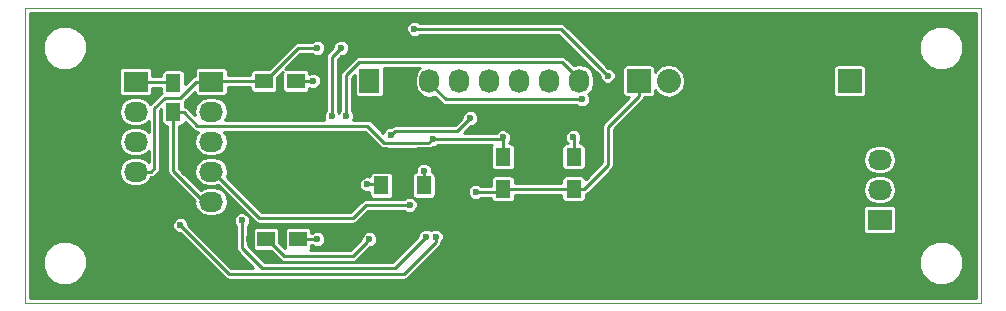
<source format=gbl>
G04 #@! TF.FileFunction,Copper,L2,Bot,Signal*
%FSLAX46Y46*%
G04 Gerber Fmt 4.6, Leading zero omitted, Abs format (unit mm)*
G04 Created by KiCad (PCBNEW 0.201602221446+6578~42~ubuntu15.04.1-product) date Mon 22 Feb 2016 07:23:46 PM EST*
%MOMM*%
G01*
G04 APERTURE LIST*
%ADD10C,0.100000*%
%ADD11R,1.250000X1.500000*%
%ADD12R,2.032000X1.727200*%
%ADD13O,2.032000X1.727200*%
%ADD14R,2.032000X2.032000*%
%ADD15O,2.032000X2.032000*%
%ADD16R,1.727200X2.032000*%
%ADD17O,1.727200X2.032000*%
%ADD18R,1.500000X1.300000*%
%ADD19R,1.300000X1.500000*%
%ADD20C,0.600000*%
%ADD21C,0.250000*%
%ADD22C,0.254000*%
G04 APERTURE END LIST*
D10*
X94000000Y-68000000D02*
X94000000Y-43000000D01*
X175000000Y-68000000D02*
X94000000Y-68000000D01*
X175000000Y-43000000D02*
X175000000Y-68000000D01*
X94000000Y-43000000D02*
X175000000Y-43000000D01*
D11*
X124200000Y-58050000D03*
X124200000Y-55550000D03*
X127800000Y-58050000D03*
X127800000Y-55550000D03*
X106600000Y-51850000D03*
X106600000Y-49350000D03*
D12*
X109800000Y-49260000D03*
D13*
X109800000Y-51800000D03*
X109800000Y-54340000D03*
X109800000Y-56880000D03*
X109800000Y-59420000D03*
X109800000Y-61960000D03*
D14*
X163860000Y-49200000D03*
D15*
X166400000Y-49200000D03*
D12*
X166400000Y-60940000D03*
D13*
X166400000Y-58400000D03*
X166400000Y-55860000D03*
D16*
X123200000Y-49200000D03*
D17*
X125740000Y-49200000D03*
X128280000Y-49200000D03*
X130820000Y-49200000D03*
X133360000Y-49200000D03*
X135900000Y-49200000D03*
X138440000Y-49200000D03*
X140980000Y-49200000D03*
D12*
X103400000Y-49260000D03*
D13*
X103400000Y-51800000D03*
X103400000Y-54340000D03*
X103400000Y-56880000D03*
X103400000Y-59420000D03*
X103400000Y-61960000D03*
D14*
X146000000Y-49200000D03*
D15*
X148540000Y-49200000D03*
D18*
X114250000Y-49200000D03*
X116950000Y-49200000D03*
D19*
X134487437Y-55624953D03*
X134487437Y-58324953D03*
X140487437Y-55624953D03*
X140487437Y-58324953D03*
D18*
X114450000Y-62600000D03*
X117150000Y-62600000D03*
D20*
X132200000Y-58600000D03*
X118800000Y-46400000D03*
X123000000Y-57950000D03*
X112400000Y-50200000D03*
X160400000Y-59200000D03*
X160400000Y-60200000D03*
X159200000Y-60200000D03*
X159200000Y-59200000D03*
X159200000Y-57400000D03*
X160400000Y-57400000D03*
X160400000Y-56400000D03*
X159200000Y-56400000D03*
X159850000Y-58275000D03*
X144292999Y-53391693D03*
X150800000Y-62199980D03*
X145156621Y-53362326D03*
X146120822Y-53396587D03*
X152400000Y-50800000D03*
X154400000Y-50800000D03*
X153400000Y-50800000D03*
X141800000Y-61600000D03*
X139000000Y-61600000D03*
X136000000Y-61600000D03*
X133200000Y-61600000D03*
X129000000Y-56400000D03*
X123000217Y-55552457D03*
X113025010Y-55800000D03*
X118974990Y-56000000D03*
X113026930Y-62600000D03*
X127800000Y-56800000D03*
X128543002Y-54101558D03*
X134497002Y-53975241D03*
X118400000Y-49200000D03*
X118800000Y-62600000D03*
X143358313Y-48749038D03*
X127000000Y-44800000D03*
X120800000Y-46400000D03*
X120000000Y-52200000D03*
X125016375Y-53800012D03*
X131728189Y-52360044D03*
X140445079Y-53959187D03*
X123200000Y-62600000D03*
X112400000Y-61000000D03*
X128000000Y-62400000D03*
X107200000Y-61400000D03*
X128800000Y-62400000D03*
X126600000Y-59699998D03*
X141200000Y-50755433D03*
X121200000Y-52200000D03*
D21*
X143400000Y-56312390D02*
X143400000Y-53066000D01*
X143400000Y-53066000D02*
X146000000Y-50466000D01*
X146000000Y-50466000D02*
X146000000Y-49200000D01*
X140487437Y-58324953D02*
X141387437Y-58324953D01*
X141387437Y-58324953D02*
X143400000Y-56312390D01*
X134487437Y-58324953D02*
X135387437Y-58324953D01*
X135387437Y-58324953D02*
X140487437Y-58324953D01*
X132200000Y-58600000D02*
X134212390Y-58600000D01*
X134212390Y-58600000D02*
X134487437Y-58324953D01*
X114250000Y-49200000D02*
X114350000Y-49200000D01*
X114350000Y-49200000D02*
X117150000Y-46400000D01*
X117150000Y-46400000D02*
X118800000Y-46400000D01*
X103400000Y-56880000D02*
X104666000Y-56880000D01*
X104666000Y-56880000D02*
X105000000Y-56546000D01*
X105000000Y-56546000D02*
X105000000Y-51489998D01*
X105000000Y-51489998D02*
X105878448Y-50611550D01*
X105878448Y-50611550D02*
X107182450Y-50611550D01*
X107182450Y-50611550D02*
X108534000Y-49260000D01*
X108534000Y-49260000D02*
X109800000Y-49260000D01*
X123000000Y-57950000D02*
X124100000Y-57950000D01*
X124100000Y-57950000D02*
X124200000Y-58050000D01*
X114250000Y-49200000D02*
X109860000Y-49200000D01*
X109860000Y-49200000D02*
X109800000Y-49260000D01*
X129000000Y-56400000D02*
X128650000Y-56400000D01*
X128650000Y-56400000D02*
X127800000Y-55550000D01*
X124000000Y-55550000D02*
X123002674Y-55550000D01*
X123002674Y-55550000D02*
X123000217Y-55552457D01*
X127800000Y-58050000D02*
X127800000Y-56800000D01*
X134497002Y-53975241D02*
X134370685Y-54101558D01*
X134370685Y-54101558D02*
X128543002Y-54101558D01*
X106600000Y-51850000D02*
X107475000Y-51850000D01*
X107475000Y-51850000D02*
X108613610Y-52988610D01*
X108613610Y-52988610D02*
X123022614Y-52988610D01*
X123022614Y-52988610D02*
X124462403Y-54428399D01*
X124462403Y-54428399D02*
X128216161Y-54428399D01*
X128216161Y-54428399D02*
X128243003Y-54401557D01*
X128243003Y-54401557D02*
X128543002Y-54101558D01*
X109800000Y-59420000D02*
X109199414Y-59420000D01*
X109199414Y-59420000D02*
X106600000Y-56820586D01*
X106600000Y-56820586D02*
X106600000Y-52850000D01*
X106600000Y-52850000D02*
X106600000Y-51850000D01*
X134487437Y-55624953D02*
X134487437Y-53984806D01*
X134487437Y-53984806D02*
X134497002Y-53975241D01*
X103400000Y-49260000D02*
X106510000Y-49260000D01*
X106510000Y-49260000D02*
X106600000Y-49350000D01*
X118400000Y-49200000D02*
X116950000Y-49200000D01*
X118800000Y-62600000D02*
X117150000Y-62600000D01*
X139409275Y-44800000D02*
X143058314Y-48449039D01*
X143058314Y-48449039D02*
X143358313Y-48749038D01*
X127000000Y-44800000D02*
X139409275Y-44800000D01*
X120000000Y-52200000D02*
X120000000Y-47200000D01*
X120000000Y-47200000D02*
X120800000Y-46400000D01*
X130624044Y-53464189D02*
X125352198Y-53464189D01*
X125352198Y-53464189D02*
X125316374Y-53500013D01*
X131728189Y-52360044D02*
X130624044Y-53464189D01*
X125316374Y-53500013D02*
X125016375Y-53800012D01*
X140487437Y-54001545D02*
X140445079Y-53959187D01*
X140487437Y-55624953D02*
X140487437Y-54001545D01*
X122900001Y-62899999D02*
X123200000Y-62600000D01*
X114450000Y-62600000D02*
X114550000Y-62600000D01*
X115975012Y-64025012D02*
X121774988Y-64025012D01*
X114550000Y-62600000D02*
X115975012Y-64025012D01*
X121774988Y-64025012D02*
X122900001Y-62899999D01*
X128000000Y-62400000D02*
X125338357Y-65061643D01*
X125338357Y-65061643D02*
X114132945Y-65061643D01*
X114132945Y-65061643D02*
X112401920Y-63330618D01*
X112401920Y-63330618D02*
X112401920Y-61001920D01*
X112401920Y-61001920D02*
X112400000Y-61000000D01*
X128800000Y-62400000D02*
X128800000Y-62824264D01*
X128800000Y-62824264D02*
X126112610Y-65511654D01*
X126112610Y-65511654D02*
X111311654Y-65511654D01*
X111311654Y-65511654D02*
X107499999Y-61699999D01*
X107499999Y-61699999D02*
X107200000Y-61400000D01*
X109800000Y-56880000D02*
X109952400Y-56880000D01*
X109952400Y-56880000D02*
X113872400Y-60800000D01*
X121800000Y-60800000D02*
X122890098Y-59709902D01*
X113872400Y-60800000D02*
X121800000Y-60800000D01*
X126590096Y-59709902D02*
X126600000Y-59699998D01*
X122890098Y-59709902D02*
X126590096Y-59709902D01*
X128280000Y-49200000D02*
X128280000Y-49352400D01*
X128280000Y-49352400D02*
X129683033Y-50755433D01*
X129683033Y-50755433D02*
X129835433Y-50755433D01*
X129835433Y-50755433D02*
X141200000Y-50755433D01*
X121200000Y-52200000D02*
X121200000Y-48735398D01*
X121200000Y-48735398D02*
X122351700Y-47583698D01*
X122351700Y-47583698D02*
X139516098Y-47583698D01*
X139516098Y-47583698D02*
X140980000Y-49047600D01*
X140980000Y-49047600D02*
X140980000Y-49200000D01*
D22*
G36*
X174573000Y-67573000D02*
X94427000Y-67573000D01*
X94427000Y-64971720D01*
X95522675Y-64971720D01*
X95807829Y-65661846D01*
X96335376Y-66190316D01*
X97025004Y-66476674D01*
X97771720Y-66477325D01*
X98461846Y-66192171D01*
X98990316Y-65664624D01*
X99276674Y-64974996D01*
X99277325Y-64228280D01*
X98992171Y-63538154D01*
X98464624Y-63009684D01*
X97774996Y-62723326D01*
X97028280Y-62722675D01*
X96338154Y-63007829D01*
X95809684Y-63535376D01*
X95523326Y-64225004D01*
X95522675Y-64971720D01*
X94427000Y-64971720D01*
X94427000Y-61534073D01*
X106522883Y-61534073D01*
X106625733Y-61782989D01*
X106816010Y-61973598D01*
X107064746Y-62076882D01*
X107167035Y-62076971D01*
X110956684Y-65866619D01*
X110956686Y-65866622D01*
X111054314Y-65931854D01*
X111119546Y-65975442D01*
X111311654Y-66013654D01*
X126112605Y-66013654D01*
X126112610Y-66013655D01*
X126304717Y-65975442D01*
X126467578Y-65866622D01*
X127362479Y-64971720D01*
X169722675Y-64971720D01*
X170007829Y-65661846D01*
X170535376Y-66190316D01*
X171225004Y-66476674D01*
X171971720Y-66477325D01*
X172661846Y-66192171D01*
X173190316Y-65664624D01*
X173476674Y-64974996D01*
X173477325Y-64228280D01*
X173192171Y-63538154D01*
X172664624Y-63009684D01*
X171974996Y-62723326D01*
X171228280Y-62722675D01*
X170538154Y-63007829D01*
X170009684Y-63535376D01*
X169723326Y-64225004D01*
X169722675Y-64971720D01*
X127362479Y-64971720D01*
X129154965Y-63179234D01*
X129154968Y-63179232D01*
X129232105Y-63063788D01*
X129263788Y-63016372D01*
X129294257Y-62863193D01*
X129373598Y-62783990D01*
X129476882Y-62535254D01*
X129477117Y-62265927D01*
X129374267Y-62017011D01*
X129183990Y-61826402D01*
X128935254Y-61723118D01*
X128665927Y-61722883D01*
X128417011Y-61825733D01*
X128400137Y-61842577D01*
X128383990Y-61826402D01*
X128135254Y-61723118D01*
X127865927Y-61722883D01*
X127617011Y-61825733D01*
X127426402Y-62016010D01*
X127323118Y-62264746D01*
X127323029Y-62367036D01*
X125130421Y-64559643D01*
X114340881Y-64559643D01*
X112903920Y-63122682D01*
X112903920Y-61950000D01*
X113315615Y-61950000D01*
X113315615Y-63250000D01*
X113344875Y-63397098D01*
X113428199Y-63521801D01*
X113552902Y-63605125D01*
X113700000Y-63634385D01*
X114874449Y-63634385D01*
X115620042Y-64379977D01*
X115620044Y-64379980D01*
X115717672Y-64445212D01*
X115782904Y-64488800D01*
X115975012Y-64527012D01*
X121774983Y-64527012D01*
X121774988Y-64527013D01*
X121967095Y-64488800D01*
X122129956Y-64379980D01*
X123232906Y-63277029D01*
X123334073Y-63277117D01*
X123582989Y-63174267D01*
X123773598Y-62983990D01*
X123876882Y-62735254D01*
X123877117Y-62465927D01*
X123774267Y-62217011D01*
X123583990Y-62026402D01*
X123335254Y-61923118D01*
X123065927Y-61922883D01*
X122817011Y-62025733D01*
X122626402Y-62216010D01*
X122523118Y-62464746D01*
X122523029Y-62567036D01*
X121567052Y-63523012D01*
X118169989Y-63523012D01*
X118171801Y-63521801D01*
X118255125Y-63397098D01*
X118284385Y-63250000D01*
X118284385Y-63102000D01*
X118344537Y-63102000D01*
X118416010Y-63173598D01*
X118664746Y-63276882D01*
X118934073Y-63277117D01*
X119182989Y-63174267D01*
X119373598Y-62983990D01*
X119476882Y-62735254D01*
X119477117Y-62465927D01*
X119374267Y-62217011D01*
X119183990Y-62026402D01*
X118935254Y-61923118D01*
X118665927Y-61922883D01*
X118417011Y-62025733D01*
X118344618Y-62098000D01*
X118284385Y-62098000D01*
X118284385Y-61950000D01*
X118255125Y-61802902D01*
X118171801Y-61678199D01*
X118047098Y-61594875D01*
X117900000Y-61565615D01*
X116400000Y-61565615D01*
X116252902Y-61594875D01*
X116128199Y-61678199D01*
X116044875Y-61802902D01*
X116015615Y-61950000D01*
X116015615Y-63250000D01*
X116041856Y-63381921D01*
X115584385Y-62924449D01*
X115584385Y-61950000D01*
X115555125Y-61802902D01*
X115471801Y-61678199D01*
X115347098Y-61594875D01*
X115200000Y-61565615D01*
X113700000Y-61565615D01*
X113552902Y-61594875D01*
X113428199Y-61678199D01*
X113344875Y-61802902D01*
X113315615Y-61950000D01*
X112903920Y-61950000D01*
X112903920Y-61453547D01*
X112973598Y-61383990D01*
X113076882Y-61135254D01*
X113077117Y-60865927D01*
X112974267Y-60617011D01*
X112783990Y-60426402D01*
X112535254Y-60323118D01*
X112265927Y-60322883D01*
X112017011Y-60425733D01*
X111826402Y-60616010D01*
X111723118Y-60864746D01*
X111722883Y-61134073D01*
X111825733Y-61382989D01*
X111899920Y-61457305D01*
X111899920Y-63330613D01*
X111899919Y-63330618D01*
X111938132Y-63522725D01*
X112046952Y-63685586D01*
X113371020Y-65009654D01*
X111519589Y-65009654D01*
X107877029Y-61367093D01*
X107877117Y-61265927D01*
X107774267Y-61017011D01*
X107583990Y-60826402D01*
X107335254Y-60723118D01*
X107065927Y-60722883D01*
X106817011Y-60825733D01*
X106626402Y-61016010D01*
X106523118Y-61264746D01*
X106522883Y-61534073D01*
X94427000Y-61534073D01*
X94427000Y-51800000D01*
X101979710Y-51800000D01*
X102074145Y-52274757D01*
X102343073Y-52677237D01*
X102745553Y-52946165D01*
X103220310Y-53040600D01*
X103579690Y-53040600D01*
X104054447Y-52946165D01*
X104456927Y-52677237D01*
X104498000Y-52615767D01*
X104498000Y-53524233D01*
X104456927Y-53462763D01*
X104054447Y-53193835D01*
X103579690Y-53099400D01*
X103220310Y-53099400D01*
X102745553Y-53193835D01*
X102343073Y-53462763D01*
X102074145Y-53865243D01*
X101979710Y-54340000D01*
X102074145Y-54814757D01*
X102343073Y-55217237D01*
X102745553Y-55486165D01*
X103220310Y-55580600D01*
X103579690Y-55580600D01*
X104054447Y-55486165D01*
X104456927Y-55217237D01*
X104498000Y-55155767D01*
X104498000Y-56064233D01*
X104456927Y-56002763D01*
X104054447Y-55733835D01*
X103579690Y-55639400D01*
X103220310Y-55639400D01*
X102745553Y-55733835D01*
X102343073Y-56002763D01*
X102074145Y-56405243D01*
X101979710Y-56880000D01*
X102074145Y-57354757D01*
X102343073Y-57757237D01*
X102745553Y-58026165D01*
X103220310Y-58120600D01*
X103579690Y-58120600D01*
X104054447Y-58026165D01*
X104456927Y-57757237D01*
X104714036Y-57372446D01*
X104858107Y-57343788D01*
X105020968Y-57234968D01*
X105354965Y-56900970D01*
X105354968Y-56900968D01*
X105449602Y-56759338D01*
X105463788Y-56738108D01*
X105502000Y-56546000D01*
X105502000Y-51697934D01*
X105590615Y-51609319D01*
X105590615Y-52600000D01*
X105619875Y-52747098D01*
X105703199Y-52871801D01*
X105827902Y-52955125D01*
X105975000Y-52984385D01*
X106098000Y-52984385D01*
X106098000Y-56820581D01*
X106097999Y-56820586D01*
X106136212Y-57012693D01*
X106245032Y-57175554D01*
X108397922Y-59328443D01*
X108379710Y-59420000D01*
X108474145Y-59894757D01*
X108743073Y-60297237D01*
X109145553Y-60566165D01*
X109620310Y-60660600D01*
X109979690Y-60660600D01*
X110454447Y-60566165D01*
X110856927Y-60297237D01*
X111125855Y-59894757D01*
X111220290Y-59420000D01*
X111125855Y-58945243D01*
X110856927Y-58542763D01*
X110454447Y-58273835D01*
X109979690Y-58179400D01*
X109620310Y-58179400D01*
X109145553Y-58273835D01*
X108916340Y-58426990D01*
X107369350Y-56880000D01*
X108379710Y-56880000D01*
X108474145Y-57354757D01*
X108743073Y-57757237D01*
X109145553Y-58026165D01*
X109620310Y-58120600D01*
X109979690Y-58120600D01*
X110399549Y-58037085D01*
X113517430Y-61154965D01*
X113517432Y-61154968D01*
X113596640Y-61207893D01*
X113680292Y-61263788D01*
X113872400Y-61302000D01*
X121799995Y-61302000D01*
X121800000Y-61302001D01*
X121992107Y-61263788D01*
X122154968Y-61154968D01*
X123098033Y-60211902D01*
X126154423Y-60211902D01*
X126216010Y-60273596D01*
X126464746Y-60376880D01*
X126734073Y-60377115D01*
X126982989Y-60274265D01*
X127173598Y-60083988D01*
X127176748Y-60076400D01*
X164999615Y-60076400D01*
X164999615Y-61803600D01*
X165028875Y-61950698D01*
X165112199Y-62075401D01*
X165236902Y-62158725D01*
X165384000Y-62187985D01*
X167416000Y-62187985D01*
X167563098Y-62158725D01*
X167687801Y-62075401D01*
X167771125Y-61950698D01*
X167800385Y-61803600D01*
X167800385Y-60076400D01*
X167771125Y-59929302D01*
X167687801Y-59804599D01*
X167563098Y-59721275D01*
X167416000Y-59692015D01*
X165384000Y-59692015D01*
X165236902Y-59721275D01*
X165112199Y-59804599D01*
X165028875Y-59929302D01*
X164999615Y-60076400D01*
X127176748Y-60076400D01*
X127276882Y-59835252D01*
X127277117Y-59565925D01*
X127174267Y-59317009D01*
X126983990Y-59126400D01*
X126735254Y-59023116D01*
X126465927Y-59022881D01*
X126217011Y-59125731D01*
X126134697Y-59207902D01*
X122890098Y-59207902D01*
X122697990Y-59246114D01*
X122651412Y-59277237D01*
X122535130Y-59354934D01*
X122535128Y-59354937D01*
X121592064Y-60298000D01*
X114080335Y-60298000D01*
X111866408Y-58084073D01*
X122322883Y-58084073D01*
X122425733Y-58332989D01*
X122616010Y-58523598D01*
X122864746Y-58626882D01*
X123134073Y-58627117D01*
X123190615Y-58603754D01*
X123190615Y-58800000D01*
X123219875Y-58947098D01*
X123303199Y-59071801D01*
X123427902Y-59155125D01*
X123575000Y-59184385D01*
X124825000Y-59184385D01*
X124972098Y-59155125D01*
X125096801Y-59071801D01*
X125180125Y-58947098D01*
X125209385Y-58800000D01*
X125209385Y-57300000D01*
X126790615Y-57300000D01*
X126790615Y-58800000D01*
X126819875Y-58947098D01*
X126903199Y-59071801D01*
X127027902Y-59155125D01*
X127175000Y-59184385D01*
X128425000Y-59184385D01*
X128572098Y-59155125D01*
X128696801Y-59071801D01*
X128780125Y-58947098D01*
X128809385Y-58800000D01*
X128809385Y-58734073D01*
X131522883Y-58734073D01*
X131625733Y-58982989D01*
X131816010Y-59173598D01*
X132064746Y-59276882D01*
X132334073Y-59277117D01*
X132582989Y-59174267D01*
X132655382Y-59102000D01*
X133458432Y-59102000D01*
X133482312Y-59222051D01*
X133565636Y-59346754D01*
X133690339Y-59430078D01*
X133837437Y-59459338D01*
X135137437Y-59459338D01*
X135284535Y-59430078D01*
X135409238Y-59346754D01*
X135492562Y-59222051D01*
X135521822Y-59074953D01*
X135521822Y-58826953D01*
X139453052Y-58826953D01*
X139453052Y-59074953D01*
X139482312Y-59222051D01*
X139565636Y-59346754D01*
X139690339Y-59430078D01*
X139837437Y-59459338D01*
X141137437Y-59459338D01*
X141284535Y-59430078D01*
X141409238Y-59346754D01*
X141492562Y-59222051D01*
X141521822Y-59074953D01*
X141521822Y-58800223D01*
X141579544Y-58788741D01*
X141742405Y-58679921D01*
X142022326Y-58400000D01*
X164979710Y-58400000D01*
X165074145Y-58874757D01*
X165343073Y-59277237D01*
X165745553Y-59546165D01*
X166220310Y-59640600D01*
X166579690Y-59640600D01*
X167054447Y-59546165D01*
X167456927Y-59277237D01*
X167725855Y-58874757D01*
X167820290Y-58400000D01*
X167725855Y-57925243D01*
X167456927Y-57522763D01*
X167054447Y-57253835D01*
X166579690Y-57159400D01*
X166220310Y-57159400D01*
X165745553Y-57253835D01*
X165343073Y-57522763D01*
X165074145Y-57925243D01*
X164979710Y-58400000D01*
X142022326Y-58400000D01*
X143754968Y-56667358D01*
X143863788Y-56504497D01*
X143902001Y-56312390D01*
X143902000Y-56312385D01*
X143902000Y-55860000D01*
X164979710Y-55860000D01*
X165074145Y-56334757D01*
X165343073Y-56737237D01*
X165745553Y-57006165D01*
X166220310Y-57100600D01*
X166579690Y-57100600D01*
X167054447Y-57006165D01*
X167456927Y-56737237D01*
X167725855Y-56334757D01*
X167820290Y-55860000D01*
X167725855Y-55385243D01*
X167456927Y-54982763D01*
X167054447Y-54713835D01*
X166579690Y-54619400D01*
X166220310Y-54619400D01*
X165745553Y-54713835D01*
X165343073Y-54982763D01*
X165074145Y-55385243D01*
X164979710Y-55860000D01*
X143902000Y-55860000D01*
X143902000Y-53273936D01*
X146354965Y-50820970D01*
X146354968Y-50820968D01*
X146420200Y-50723340D01*
X146463788Y-50658108D01*
X146475270Y-50600385D01*
X147016000Y-50600385D01*
X147163098Y-50571125D01*
X147287801Y-50487801D01*
X147371125Y-50363098D01*
X147400385Y-50216000D01*
X147400385Y-49980892D01*
X147555000Y-50212290D01*
X148006922Y-50514254D01*
X148540000Y-50620290D01*
X149073078Y-50514254D01*
X149525000Y-50212290D01*
X149826964Y-49760368D01*
X149933000Y-49227290D01*
X149933000Y-49172710D01*
X149826964Y-48639632D01*
X149525000Y-48187710D01*
X149519448Y-48184000D01*
X162459615Y-48184000D01*
X162459615Y-50216000D01*
X162488875Y-50363098D01*
X162572199Y-50487801D01*
X162696902Y-50571125D01*
X162844000Y-50600385D01*
X164876000Y-50600385D01*
X165023098Y-50571125D01*
X165147801Y-50487801D01*
X165231125Y-50363098D01*
X165260385Y-50216000D01*
X165260385Y-48184000D01*
X165231125Y-48036902D01*
X165147801Y-47912199D01*
X165023098Y-47828875D01*
X164876000Y-47799615D01*
X162844000Y-47799615D01*
X162696902Y-47828875D01*
X162572199Y-47912199D01*
X162488875Y-48036902D01*
X162459615Y-48184000D01*
X149519448Y-48184000D01*
X149073078Y-47885746D01*
X148540000Y-47779710D01*
X148006922Y-47885746D01*
X147555000Y-48187710D01*
X147400385Y-48419108D01*
X147400385Y-48184000D01*
X147371125Y-48036902D01*
X147287801Y-47912199D01*
X147163098Y-47828875D01*
X147016000Y-47799615D01*
X144984000Y-47799615D01*
X144836902Y-47828875D01*
X144712199Y-47912199D01*
X144628875Y-48036902D01*
X144599615Y-48184000D01*
X144599615Y-50216000D01*
X144628875Y-50363098D01*
X144712199Y-50487801D01*
X144836902Y-50571125D01*
X144984000Y-50600385D01*
X145155680Y-50600385D01*
X143045032Y-52711032D01*
X142936212Y-52873893D01*
X142897999Y-53066000D01*
X142898000Y-53066005D01*
X142898000Y-56104454D01*
X141506173Y-57496281D01*
X141492562Y-57427855D01*
X141409238Y-57303152D01*
X141284535Y-57219828D01*
X141137437Y-57190568D01*
X139837437Y-57190568D01*
X139690339Y-57219828D01*
X139565636Y-57303152D01*
X139482312Y-57427855D01*
X139453052Y-57574953D01*
X139453052Y-57822953D01*
X135521822Y-57822953D01*
X135521822Y-57574953D01*
X135492562Y-57427855D01*
X135409238Y-57303152D01*
X135284535Y-57219828D01*
X135137437Y-57190568D01*
X133837437Y-57190568D01*
X133690339Y-57219828D01*
X133565636Y-57303152D01*
X133482312Y-57427855D01*
X133453052Y-57574953D01*
X133453052Y-58098000D01*
X132655463Y-58098000D01*
X132583990Y-58026402D01*
X132335254Y-57923118D01*
X132065927Y-57922883D01*
X131817011Y-58025733D01*
X131626402Y-58216010D01*
X131523118Y-58464746D01*
X131522883Y-58734073D01*
X128809385Y-58734073D01*
X128809385Y-57300000D01*
X128780125Y-57152902D01*
X128696801Y-57028199D01*
X128572098Y-56944875D01*
X128476890Y-56925937D01*
X128477117Y-56665927D01*
X128374267Y-56417011D01*
X128183990Y-56226402D01*
X127935254Y-56123118D01*
X127665927Y-56122883D01*
X127417011Y-56225733D01*
X127226402Y-56416010D01*
X127123118Y-56664746D01*
X127122890Y-56925980D01*
X127027902Y-56944875D01*
X126903199Y-57028199D01*
X126819875Y-57152902D01*
X126790615Y-57300000D01*
X125209385Y-57300000D01*
X125180125Y-57152902D01*
X125096801Y-57028199D01*
X124972098Y-56944875D01*
X124825000Y-56915615D01*
X123575000Y-56915615D01*
X123427902Y-56944875D01*
X123303199Y-57028199D01*
X123219875Y-57152902D01*
X123191331Y-57296403D01*
X123135254Y-57273118D01*
X122865927Y-57272883D01*
X122617011Y-57375733D01*
X122426402Y-57566010D01*
X122323118Y-57814746D01*
X122322883Y-58084073D01*
X111866408Y-58084073D01*
X111127719Y-57345384D01*
X111220290Y-56880000D01*
X111125855Y-56405243D01*
X110856927Y-56002763D01*
X110454447Y-55733835D01*
X109979690Y-55639400D01*
X109620310Y-55639400D01*
X109145553Y-55733835D01*
X108743073Y-56002763D01*
X108474145Y-56405243D01*
X108379710Y-56880000D01*
X107369350Y-56880000D01*
X107102000Y-56612650D01*
X107102000Y-52984385D01*
X107225000Y-52984385D01*
X107372098Y-52955125D01*
X107496801Y-52871801D01*
X107580125Y-52747098D01*
X107593736Y-52678672D01*
X108258640Y-53343575D01*
X108258642Y-53343578D01*
X108380014Y-53424676D01*
X108421503Y-53452398D01*
X108613610Y-53490611D01*
X108613615Y-53490610D01*
X108724466Y-53490610D01*
X108474145Y-53865243D01*
X108379710Y-54340000D01*
X108474145Y-54814757D01*
X108743073Y-55217237D01*
X109145553Y-55486165D01*
X109620310Y-55580600D01*
X109979690Y-55580600D01*
X110454447Y-55486165D01*
X110856927Y-55217237D01*
X111125855Y-54814757D01*
X111220290Y-54340000D01*
X111125855Y-53865243D01*
X110875534Y-53490610D01*
X122814678Y-53490610D01*
X124107435Y-54783367D01*
X124270295Y-54892187D01*
X124462403Y-54930399D01*
X128216156Y-54930399D01*
X128216161Y-54930400D01*
X128408268Y-54892187D01*
X128571129Y-54783367D01*
X128575909Y-54778587D01*
X128677075Y-54778675D01*
X128925991Y-54675825D01*
X128998384Y-54603558D01*
X133565365Y-54603558D01*
X133482312Y-54727855D01*
X133453052Y-54874953D01*
X133453052Y-56374953D01*
X133482312Y-56522051D01*
X133565636Y-56646754D01*
X133690339Y-56730078D01*
X133837437Y-56759338D01*
X135137437Y-56759338D01*
X135284535Y-56730078D01*
X135409238Y-56646754D01*
X135492562Y-56522051D01*
X135521822Y-56374953D01*
X135521822Y-54874953D01*
X139453052Y-54874953D01*
X139453052Y-56374953D01*
X139482312Y-56522051D01*
X139565636Y-56646754D01*
X139690339Y-56730078D01*
X139837437Y-56759338D01*
X141137437Y-56759338D01*
X141284535Y-56730078D01*
X141409238Y-56646754D01*
X141492562Y-56522051D01*
X141521822Y-56374953D01*
X141521822Y-54874953D01*
X141492562Y-54727855D01*
X141409238Y-54603152D01*
X141284535Y-54519828D01*
X141137437Y-54490568D01*
X140989437Y-54490568D01*
X140989437Y-54372366D01*
X141018677Y-54343177D01*
X141121961Y-54094441D01*
X141122196Y-53825114D01*
X141019346Y-53576198D01*
X140829069Y-53385589D01*
X140580333Y-53282305D01*
X140311006Y-53282070D01*
X140062090Y-53384920D01*
X139871481Y-53575197D01*
X139768197Y-53823933D01*
X139767962Y-54093260D01*
X139870812Y-54342176D01*
X139985437Y-54457001D01*
X139985437Y-54490568D01*
X139837437Y-54490568D01*
X139690339Y-54519828D01*
X139565636Y-54603152D01*
X139482312Y-54727855D01*
X139453052Y-54874953D01*
X135521822Y-54874953D01*
X135492562Y-54727855D01*
X135409238Y-54603152D01*
X135284535Y-54519828D01*
X135137437Y-54490568D01*
X134989437Y-54490568D01*
X134989437Y-54440253D01*
X135070600Y-54359231D01*
X135173884Y-54110495D01*
X135174119Y-53841168D01*
X135071269Y-53592252D01*
X134880992Y-53401643D01*
X134632256Y-53298359D01*
X134362929Y-53298124D01*
X134114013Y-53400974D01*
X133923404Y-53591251D01*
X133919955Y-53599558D01*
X131198611Y-53599558D01*
X131761096Y-53037073D01*
X131862262Y-53037161D01*
X132111178Y-52934311D01*
X132301787Y-52744034D01*
X132405071Y-52495298D01*
X132405306Y-52225971D01*
X132302456Y-51977055D01*
X132112179Y-51786446D01*
X131863443Y-51683162D01*
X131594116Y-51682927D01*
X131345200Y-51785777D01*
X131154591Y-51976054D01*
X131051307Y-52224790D01*
X131051218Y-52327080D01*
X130416108Y-52962189D01*
X125352203Y-52962189D01*
X125352198Y-52962188D01*
X125172101Y-52998012D01*
X125160091Y-53000401D01*
X124997230Y-53109221D01*
X124997228Y-53109224D01*
X124983468Y-53122983D01*
X124882302Y-53122895D01*
X124633386Y-53225745D01*
X124442777Y-53416022D01*
X124359798Y-53615858D01*
X123377582Y-52633642D01*
X123214721Y-52524822D01*
X123022614Y-52486609D01*
X123022609Y-52486610D01*
X121814034Y-52486610D01*
X121876882Y-52335254D01*
X121877117Y-52065927D01*
X121774267Y-51817011D01*
X121702000Y-51744618D01*
X121702000Y-48943334D01*
X121952015Y-48693319D01*
X121952015Y-50216000D01*
X121981275Y-50363098D01*
X122064599Y-50487801D01*
X122189302Y-50571125D01*
X122336400Y-50600385D01*
X124063600Y-50600385D01*
X124210698Y-50571125D01*
X124335401Y-50487801D01*
X124418725Y-50363098D01*
X124447985Y-50216000D01*
X124447985Y-48184000D01*
X124428431Y-48085698D01*
X127488631Y-48085698D01*
X127402763Y-48143073D01*
X127133835Y-48545553D01*
X127039400Y-49020310D01*
X127039400Y-49379690D01*
X127133835Y-49854447D01*
X127402763Y-50256927D01*
X127805243Y-50525855D01*
X128280000Y-50620290D01*
X128745384Y-50527719D01*
X129328063Y-51110398D01*
X129328065Y-51110401D01*
X129371500Y-51139423D01*
X129490925Y-51219221D01*
X129683033Y-51257433D01*
X140744537Y-51257433D01*
X140816010Y-51329031D01*
X141064746Y-51432315D01*
X141334073Y-51432550D01*
X141582989Y-51329700D01*
X141773598Y-51139423D01*
X141876882Y-50890687D01*
X141877117Y-50621360D01*
X141774267Y-50372444D01*
X141738290Y-50336405D01*
X141857237Y-50256927D01*
X142126165Y-49854447D01*
X142220600Y-49379690D01*
X142220600Y-49020310D01*
X142126165Y-48545553D01*
X141857237Y-48143073D01*
X141454757Y-47874145D01*
X140980000Y-47779710D01*
X140514616Y-47872280D01*
X139871066Y-47228730D01*
X139708205Y-47119910D01*
X139516098Y-47081697D01*
X139516093Y-47081698D01*
X122351705Y-47081698D01*
X122351700Y-47081697D01*
X122159593Y-47119910D01*
X121996732Y-47228730D01*
X121996730Y-47228733D01*
X120845032Y-48380430D01*
X120736212Y-48543291D01*
X120697999Y-48735398D01*
X120698000Y-48735403D01*
X120698000Y-51744537D01*
X120626402Y-51816010D01*
X120600063Y-51879442D01*
X120574267Y-51817011D01*
X120502000Y-51744618D01*
X120502000Y-47407936D01*
X120832907Y-47077029D01*
X120934073Y-47077117D01*
X121182989Y-46974267D01*
X121373598Y-46783990D01*
X121476882Y-46535254D01*
X121477117Y-46265927D01*
X121374267Y-46017011D01*
X121183990Y-45826402D01*
X120935254Y-45723118D01*
X120665927Y-45722883D01*
X120417011Y-45825733D01*
X120226402Y-46016010D01*
X120123118Y-46264746D01*
X120123029Y-46367036D01*
X119645032Y-46845032D01*
X119536212Y-47007893D01*
X119497999Y-47200000D01*
X119498000Y-47200005D01*
X119498000Y-51744537D01*
X119426402Y-51816010D01*
X119323118Y-52064746D01*
X119322883Y-52334073D01*
X119385910Y-52486610D01*
X110984300Y-52486610D01*
X111125855Y-52274757D01*
X111220290Y-51800000D01*
X111125855Y-51325243D01*
X110856927Y-50922763D01*
X110454447Y-50653835D01*
X109979690Y-50559400D01*
X109620310Y-50559400D01*
X109145553Y-50653835D01*
X108743073Y-50922763D01*
X108474145Y-51325243D01*
X108379710Y-51800000D01*
X108440488Y-52105553D01*
X107829968Y-51495032D01*
X107667107Y-51386212D01*
X107609385Y-51374730D01*
X107609385Y-51100000D01*
X107580125Y-50952902D01*
X107568473Y-50935463D01*
X108399615Y-50104320D01*
X108399615Y-50123600D01*
X108428875Y-50270698D01*
X108512199Y-50395401D01*
X108636902Y-50478725D01*
X108784000Y-50507985D01*
X110816000Y-50507985D01*
X110963098Y-50478725D01*
X111087801Y-50395401D01*
X111171125Y-50270698D01*
X111200385Y-50123600D01*
X111200385Y-49702000D01*
X113115615Y-49702000D01*
X113115615Y-49850000D01*
X113144875Y-49997098D01*
X113228199Y-50121801D01*
X113352902Y-50205125D01*
X113500000Y-50234385D01*
X115000000Y-50234385D01*
X115147098Y-50205125D01*
X115271801Y-50121801D01*
X115355125Y-49997098D01*
X115384385Y-49850000D01*
X115384385Y-48875551D01*
X115841856Y-48418080D01*
X115815615Y-48550000D01*
X115815615Y-49850000D01*
X115844875Y-49997098D01*
X115928199Y-50121801D01*
X116052902Y-50205125D01*
X116200000Y-50234385D01*
X117700000Y-50234385D01*
X117847098Y-50205125D01*
X117971801Y-50121801D01*
X118055125Y-49997098D01*
X118084385Y-49850000D01*
X118084385Y-49801990D01*
X118264746Y-49876882D01*
X118534073Y-49877117D01*
X118782989Y-49774267D01*
X118973598Y-49583990D01*
X119076882Y-49335254D01*
X119077117Y-49065927D01*
X118974267Y-48817011D01*
X118783990Y-48626402D01*
X118535254Y-48523118D01*
X118265927Y-48522883D01*
X118084385Y-48597895D01*
X118084385Y-48550000D01*
X118055125Y-48402902D01*
X117971801Y-48278199D01*
X117847098Y-48194875D01*
X117700000Y-48165615D01*
X116200000Y-48165615D01*
X116068080Y-48191856D01*
X117357936Y-46902000D01*
X118344537Y-46902000D01*
X118416010Y-46973598D01*
X118664746Y-47076882D01*
X118934073Y-47077117D01*
X119182989Y-46974267D01*
X119373598Y-46783990D01*
X119476882Y-46535254D01*
X119477117Y-46265927D01*
X119374267Y-46017011D01*
X119183990Y-45826402D01*
X118935254Y-45723118D01*
X118665927Y-45722883D01*
X118417011Y-45825733D01*
X118344618Y-45898000D01*
X117150005Y-45898000D01*
X117150000Y-45897999D01*
X116957893Y-45936212D01*
X116795032Y-46045032D01*
X114674449Y-48165615D01*
X113500000Y-48165615D01*
X113352902Y-48194875D01*
X113228199Y-48278199D01*
X113144875Y-48402902D01*
X113115615Y-48550000D01*
X113115615Y-48698000D01*
X111200385Y-48698000D01*
X111200385Y-48396400D01*
X111171125Y-48249302D01*
X111087801Y-48124599D01*
X110963098Y-48041275D01*
X110816000Y-48012015D01*
X108784000Y-48012015D01*
X108636902Y-48041275D01*
X108512199Y-48124599D01*
X108428875Y-48249302D01*
X108399615Y-48396400D01*
X108399615Y-48784730D01*
X108341892Y-48796212D01*
X108312263Y-48816010D01*
X108179032Y-48905032D01*
X108179030Y-48905035D01*
X107609385Y-49474680D01*
X107609385Y-48600000D01*
X107580125Y-48452902D01*
X107496801Y-48328199D01*
X107372098Y-48244875D01*
X107225000Y-48215615D01*
X105975000Y-48215615D01*
X105827902Y-48244875D01*
X105703199Y-48328199D01*
X105619875Y-48452902D01*
X105590615Y-48600000D01*
X105590615Y-48758000D01*
X104800385Y-48758000D01*
X104800385Y-48396400D01*
X104771125Y-48249302D01*
X104687801Y-48124599D01*
X104563098Y-48041275D01*
X104416000Y-48012015D01*
X102384000Y-48012015D01*
X102236902Y-48041275D01*
X102112199Y-48124599D01*
X102028875Y-48249302D01*
X101999615Y-48396400D01*
X101999615Y-50123600D01*
X102028875Y-50270698D01*
X102112199Y-50395401D01*
X102236902Y-50478725D01*
X102384000Y-50507985D01*
X104416000Y-50507985D01*
X104563098Y-50478725D01*
X104687801Y-50395401D01*
X104771125Y-50270698D01*
X104800385Y-50123600D01*
X104800385Y-49762000D01*
X105590615Y-49762000D01*
X105590615Y-50100000D01*
X105610231Y-50198616D01*
X105523480Y-50256582D01*
X104645032Y-51135030D01*
X104621895Y-51169656D01*
X104456927Y-50922763D01*
X104054447Y-50653835D01*
X103579690Y-50559400D01*
X103220310Y-50559400D01*
X102745553Y-50653835D01*
X102343073Y-50922763D01*
X102074145Y-51325243D01*
X101979710Y-51800000D01*
X94427000Y-51800000D01*
X94427000Y-46771720D01*
X95522675Y-46771720D01*
X95807829Y-47461846D01*
X96335376Y-47990316D01*
X97025004Y-48276674D01*
X97771720Y-48277325D01*
X98461846Y-47992171D01*
X98990316Y-47464624D01*
X99276674Y-46774996D01*
X99277325Y-46028280D01*
X98992171Y-45338154D01*
X98588796Y-44934073D01*
X126322883Y-44934073D01*
X126425733Y-45182989D01*
X126616010Y-45373598D01*
X126864746Y-45476882D01*
X127134073Y-45477117D01*
X127382989Y-45374267D01*
X127455382Y-45302000D01*
X139201339Y-45302000D01*
X142681284Y-48781944D01*
X142681196Y-48883111D01*
X142784046Y-49132027D01*
X142974323Y-49322636D01*
X143223059Y-49425920D01*
X143492386Y-49426155D01*
X143741302Y-49323305D01*
X143931911Y-49133028D01*
X144035195Y-48884292D01*
X144035430Y-48614965D01*
X143932580Y-48366049D01*
X143742303Y-48175440D01*
X143493567Y-48072156D01*
X143391277Y-48072067D01*
X142090931Y-46771720D01*
X169722675Y-46771720D01*
X170007829Y-47461846D01*
X170535376Y-47990316D01*
X171225004Y-48276674D01*
X171971720Y-48277325D01*
X172661846Y-47992171D01*
X173190316Y-47464624D01*
X173476674Y-46774996D01*
X173477325Y-46028280D01*
X173192171Y-45338154D01*
X172664624Y-44809684D01*
X171974996Y-44523326D01*
X171228280Y-44522675D01*
X170538154Y-44807829D01*
X170009684Y-45335376D01*
X169723326Y-46025004D01*
X169722675Y-46771720D01*
X142090931Y-46771720D01*
X139764243Y-44445032D01*
X139601382Y-44336212D01*
X139409275Y-44297999D01*
X139409270Y-44298000D01*
X127455463Y-44298000D01*
X127383990Y-44226402D01*
X127135254Y-44123118D01*
X126865927Y-44122883D01*
X126617011Y-44225733D01*
X126426402Y-44416010D01*
X126323118Y-44664746D01*
X126322883Y-44934073D01*
X98588796Y-44934073D01*
X98464624Y-44809684D01*
X97774996Y-44523326D01*
X97028280Y-44522675D01*
X96338154Y-44807829D01*
X95809684Y-45335376D01*
X95523326Y-46025004D01*
X95522675Y-46771720D01*
X94427000Y-46771720D01*
X94427000Y-43427000D01*
X174573000Y-43427000D01*
X174573000Y-67573000D01*
X174573000Y-67573000D01*
G37*
X174573000Y-67573000D02*
X94427000Y-67573000D01*
X94427000Y-64971720D01*
X95522675Y-64971720D01*
X95807829Y-65661846D01*
X96335376Y-66190316D01*
X97025004Y-66476674D01*
X97771720Y-66477325D01*
X98461846Y-66192171D01*
X98990316Y-65664624D01*
X99276674Y-64974996D01*
X99277325Y-64228280D01*
X98992171Y-63538154D01*
X98464624Y-63009684D01*
X97774996Y-62723326D01*
X97028280Y-62722675D01*
X96338154Y-63007829D01*
X95809684Y-63535376D01*
X95523326Y-64225004D01*
X95522675Y-64971720D01*
X94427000Y-64971720D01*
X94427000Y-61534073D01*
X106522883Y-61534073D01*
X106625733Y-61782989D01*
X106816010Y-61973598D01*
X107064746Y-62076882D01*
X107167035Y-62076971D01*
X110956684Y-65866619D01*
X110956686Y-65866622D01*
X111054314Y-65931854D01*
X111119546Y-65975442D01*
X111311654Y-66013654D01*
X126112605Y-66013654D01*
X126112610Y-66013655D01*
X126304717Y-65975442D01*
X126467578Y-65866622D01*
X127362479Y-64971720D01*
X169722675Y-64971720D01*
X170007829Y-65661846D01*
X170535376Y-66190316D01*
X171225004Y-66476674D01*
X171971720Y-66477325D01*
X172661846Y-66192171D01*
X173190316Y-65664624D01*
X173476674Y-64974996D01*
X173477325Y-64228280D01*
X173192171Y-63538154D01*
X172664624Y-63009684D01*
X171974996Y-62723326D01*
X171228280Y-62722675D01*
X170538154Y-63007829D01*
X170009684Y-63535376D01*
X169723326Y-64225004D01*
X169722675Y-64971720D01*
X127362479Y-64971720D01*
X129154965Y-63179234D01*
X129154968Y-63179232D01*
X129232105Y-63063788D01*
X129263788Y-63016372D01*
X129294257Y-62863193D01*
X129373598Y-62783990D01*
X129476882Y-62535254D01*
X129477117Y-62265927D01*
X129374267Y-62017011D01*
X129183990Y-61826402D01*
X128935254Y-61723118D01*
X128665927Y-61722883D01*
X128417011Y-61825733D01*
X128400137Y-61842577D01*
X128383990Y-61826402D01*
X128135254Y-61723118D01*
X127865927Y-61722883D01*
X127617011Y-61825733D01*
X127426402Y-62016010D01*
X127323118Y-62264746D01*
X127323029Y-62367036D01*
X125130421Y-64559643D01*
X114340881Y-64559643D01*
X112903920Y-63122682D01*
X112903920Y-61950000D01*
X113315615Y-61950000D01*
X113315615Y-63250000D01*
X113344875Y-63397098D01*
X113428199Y-63521801D01*
X113552902Y-63605125D01*
X113700000Y-63634385D01*
X114874449Y-63634385D01*
X115620042Y-64379977D01*
X115620044Y-64379980D01*
X115717672Y-64445212D01*
X115782904Y-64488800D01*
X115975012Y-64527012D01*
X121774983Y-64527012D01*
X121774988Y-64527013D01*
X121967095Y-64488800D01*
X122129956Y-64379980D01*
X123232906Y-63277029D01*
X123334073Y-63277117D01*
X123582989Y-63174267D01*
X123773598Y-62983990D01*
X123876882Y-62735254D01*
X123877117Y-62465927D01*
X123774267Y-62217011D01*
X123583990Y-62026402D01*
X123335254Y-61923118D01*
X123065927Y-61922883D01*
X122817011Y-62025733D01*
X122626402Y-62216010D01*
X122523118Y-62464746D01*
X122523029Y-62567036D01*
X121567052Y-63523012D01*
X118169989Y-63523012D01*
X118171801Y-63521801D01*
X118255125Y-63397098D01*
X118284385Y-63250000D01*
X118284385Y-63102000D01*
X118344537Y-63102000D01*
X118416010Y-63173598D01*
X118664746Y-63276882D01*
X118934073Y-63277117D01*
X119182989Y-63174267D01*
X119373598Y-62983990D01*
X119476882Y-62735254D01*
X119477117Y-62465927D01*
X119374267Y-62217011D01*
X119183990Y-62026402D01*
X118935254Y-61923118D01*
X118665927Y-61922883D01*
X118417011Y-62025733D01*
X118344618Y-62098000D01*
X118284385Y-62098000D01*
X118284385Y-61950000D01*
X118255125Y-61802902D01*
X118171801Y-61678199D01*
X118047098Y-61594875D01*
X117900000Y-61565615D01*
X116400000Y-61565615D01*
X116252902Y-61594875D01*
X116128199Y-61678199D01*
X116044875Y-61802902D01*
X116015615Y-61950000D01*
X116015615Y-63250000D01*
X116041856Y-63381921D01*
X115584385Y-62924449D01*
X115584385Y-61950000D01*
X115555125Y-61802902D01*
X115471801Y-61678199D01*
X115347098Y-61594875D01*
X115200000Y-61565615D01*
X113700000Y-61565615D01*
X113552902Y-61594875D01*
X113428199Y-61678199D01*
X113344875Y-61802902D01*
X113315615Y-61950000D01*
X112903920Y-61950000D01*
X112903920Y-61453547D01*
X112973598Y-61383990D01*
X113076882Y-61135254D01*
X113077117Y-60865927D01*
X112974267Y-60617011D01*
X112783990Y-60426402D01*
X112535254Y-60323118D01*
X112265927Y-60322883D01*
X112017011Y-60425733D01*
X111826402Y-60616010D01*
X111723118Y-60864746D01*
X111722883Y-61134073D01*
X111825733Y-61382989D01*
X111899920Y-61457305D01*
X111899920Y-63330613D01*
X111899919Y-63330618D01*
X111938132Y-63522725D01*
X112046952Y-63685586D01*
X113371020Y-65009654D01*
X111519589Y-65009654D01*
X107877029Y-61367093D01*
X107877117Y-61265927D01*
X107774267Y-61017011D01*
X107583990Y-60826402D01*
X107335254Y-60723118D01*
X107065927Y-60722883D01*
X106817011Y-60825733D01*
X106626402Y-61016010D01*
X106523118Y-61264746D01*
X106522883Y-61534073D01*
X94427000Y-61534073D01*
X94427000Y-51800000D01*
X101979710Y-51800000D01*
X102074145Y-52274757D01*
X102343073Y-52677237D01*
X102745553Y-52946165D01*
X103220310Y-53040600D01*
X103579690Y-53040600D01*
X104054447Y-52946165D01*
X104456927Y-52677237D01*
X104498000Y-52615767D01*
X104498000Y-53524233D01*
X104456927Y-53462763D01*
X104054447Y-53193835D01*
X103579690Y-53099400D01*
X103220310Y-53099400D01*
X102745553Y-53193835D01*
X102343073Y-53462763D01*
X102074145Y-53865243D01*
X101979710Y-54340000D01*
X102074145Y-54814757D01*
X102343073Y-55217237D01*
X102745553Y-55486165D01*
X103220310Y-55580600D01*
X103579690Y-55580600D01*
X104054447Y-55486165D01*
X104456927Y-55217237D01*
X104498000Y-55155767D01*
X104498000Y-56064233D01*
X104456927Y-56002763D01*
X104054447Y-55733835D01*
X103579690Y-55639400D01*
X103220310Y-55639400D01*
X102745553Y-55733835D01*
X102343073Y-56002763D01*
X102074145Y-56405243D01*
X101979710Y-56880000D01*
X102074145Y-57354757D01*
X102343073Y-57757237D01*
X102745553Y-58026165D01*
X103220310Y-58120600D01*
X103579690Y-58120600D01*
X104054447Y-58026165D01*
X104456927Y-57757237D01*
X104714036Y-57372446D01*
X104858107Y-57343788D01*
X105020968Y-57234968D01*
X105354965Y-56900970D01*
X105354968Y-56900968D01*
X105449602Y-56759338D01*
X105463788Y-56738108D01*
X105502000Y-56546000D01*
X105502000Y-51697934D01*
X105590615Y-51609319D01*
X105590615Y-52600000D01*
X105619875Y-52747098D01*
X105703199Y-52871801D01*
X105827902Y-52955125D01*
X105975000Y-52984385D01*
X106098000Y-52984385D01*
X106098000Y-56820581D01*
X106097999Y-56820586D01*
X106136212Y-57012693D01*
X106245032Y-57175554D01*
X108397922Y-59328443D01*
X108379710Y-59420000D01*
X108474145Y-59894757D01*
X108743073Y-60297237D01*
X109145553Y-60566165D01*
X109620310Y-60660600D01*
X109979690Y-60660600D01*
X110454447Y-60566165D01*
X110856927Y-60297237D01*
X111125855Y-59894757D01*
X111220290Y-59420000D01*
X111125855Y-58945243D01*
X110856927Y-58542763D01*
X110454447Y-58273835D01*
X109979690Y-58179400D01*
X109620310Y-58179400D01*
X109145553Y-58273835D01*
X108916340Y-58426990D01*
X107369350Y-56880000D01*
X108379710Y-56880000D01*
X108474145Y-57354757D01*
X108743073Y-57757237D01*
X109145553Y-58026165D01*
X109620310Y-58120600D01*
X109979690Y-58120600D01*
X110399549Y-58037085D01*
X113517430Y-61154965D01*
X113517432Y-61154968D01*
X113596640Y-61207893D01*
X113680292Y-61263788D01*
X113872400Y-61302000D01*
X121799995Y-61302000D01*
X121800000Y-61302001D01*
X121992107Y-61263788D01*
X122154968Y-61154968D01*
X123098033Y-60211902D01*
X126154423Y-60211902D01*
X126216010Y-60273596D01*
X126464746Y-60376880D01*
X126734073Y-60377115D01*
X126982989Y-60274265D01*
X127173598Y-60083988D01*
X127176748Y-60076400D01*
X164999615Y-60076400D01*
X164999615Y-61803600D01*
X165028875Y-61950698D01*
X165112199Y-62075401D01*
X165236902Y-62158725D01*
X165384000Y-62187985D01*
X167416000Y-62187985D01*
X167563098Y-62158725D01*
X167687801Y-62075401D01*
X167771125Y-61950698D01*
X167800385Y-61803600D01*
X167800385Y-60076400D01*
X167771125Y-59929302D01*
X167687801Y-59804599D01*
X167563098Y-59721275D01*
X167416000Y-59692015D01*
X165384000Y-59692015D01*
X165236902Y-59721275D01*
X165112199Y-59804599D01*
X165028875Y-59929302D01*
X164999615Y-60076400D01*
X127176748Y-60076400D01*
X127276882Y-59835252D01*
X127277117Y-59565925D01*
X127174267Y-59317009D01*
X126983990Y-59126400D01*
X126735254Y-59023116D01*
X126465927Y-59022881D01*
X126217011Y-59125731D01*
X126134697Y-59207902D01*
X122890098Y-59207902D01*
X122697990Y-59246114D01*
X122651412Y-59277237D01*
X122535130Y-59354934D01*
X122535128Y-59354937D01*
X121592064Y-60298000D01*
X114080335Y-60298000D01*
X111866408Y-58084073D01*
X122322883Y-58084073D01*
X122425733Y-58332989D01*
X122616010Y-58523598D01*
X122864746Y-58626882D01*
X123134073Y-58627117D01*
X123190615Y-58603754D01*
X123190615Y-58800000D01*
X123219875Y-58947098D01*
X123303199Y-59071801D01*
X123427902Y-59155125D01*
X123575000Y-59184385D01*
X124825000Y-59184385D01*
X124972098Y-59155125D01*
X125096801Y-59071801D01*
X125180125Y-58947098D01*
X125209385Y-58800000D01*
X125209385Y-57300000D01*
X126790615Y-57300000D01*
X126790615Y-58800000D01*
X126819875Y-58947098D01*
X126903199Y-59071801D01*
X127027902Y-59155125D01*
X127175000Y-59184385D01*
X128425000Y-59184385D01*
X128572098Y-59155125D01*
X128696801Y-59071801D01*
X128780125Y-58947098D01*
X128809385Y-58800000D01*
X128809385Y-58734073D01*
X131522883Y-58734073D01*
X131625733Y-58982989D01*
X131816010Y-59173598D01*
X132064746Y-59276882D01*
X132334073Y-59277117D01*
X132582989Y-59174267D01*
X132655382Y-59102000D01*
X133458432Y-59102000D01*
X133482312Y-59222051D01*
X133565636Y-59346754D01*
X133690339Y-59430078D01*
X133837437Y-59459338D01*
X135137437Y-59459338D01*
X135284535Y-59430078D01*
X135409238Y-59346754D01*
X135492562Y-59222051D01*
X135521822Y-59074953D01*
X135521822Y-58826953D01*
X139453052Y-58826953D01*
X139453052Y-59074953D01*
X139482312Y-59222051D01*
X139565636Y-59346754D01*
X139690339Y-59430078D01*
X139837437Y-59459338D01*
X141137437Y-59459338D01*
X141284535Y-59430078D01*
X141409238Y-59346754D01*
X141492562Y-59222051D01*
X141521822Y-59074953D01*
X141521822Y-58800223D01*
X141579544Y-58788741D01*
X141742405Y-58679921D01*
X142022326Y-58400000D01*
X164979710Y-58400000D01*
X165074145Y-58874757D01*
X165343073Y-59277237D01*
X165745553Y-59546165D01*
X166220310Y-59640600D01*
X166579690Y-59640600D01*
X167054447Y-59546165D01*
X167456927Y-59277237D01*
X167725855Y-58874757D01*
X167820290Y-58400000D01*
X167725855Y-57925243D01*
X167456927Y-57522763D01*
X167054447Y-57253835D01*
X166579690Y-57159400D01*
X166220310Y-57159400D01*
X165745553Y-57253835D01*
X165343073Y-57522763D01*
X165074145Y-57925243D01*
X164979710Y-58400000D01*
X142022326Y-58400000D01*
X143754968Y-56667358D01*
X143863788Y-56504497D01*
X143902001Y-56312390D01*
X143902000Y-56312385D01*
X143902000Y-55860000D01*
X164979710Y-55860000D01*
X165074145Y-56334757D01*
X165343073Y-56737237D01*
X165745553Y-57006165D01*
X166220310Y-57100600D01*
X166579690Y-57100600D01*
X167054447Y-57006165D01*
X167456927Y-56737237D01*
X167725855Y-56334757D01*
X167820290Y-55860000D01*
X167725855Y-55385243D01*
X167456927Y-54982763D01*
X167054447Y-54713835D01*
X166579690Y-54619400D01*
X166220310Y-54619400D01*
X165745553Y-54713835D01*
X165343073Y-54982763D01*
X165074145Y-55385243D01*
X164979710Y-55860000D01*
X143902000Y-55860000D01*
X143902000Y-53273936D01*
X146354965Y-50820970D01*
X146354968Y-50820968D01*
X146420200Y-50723340D01*
X146463788Y-50658108D01*
X146475270Y-50600385D01*
X147016000Y-50600385D01*
X147163098Y-50571125D01*
X147287801Y-50487801D01*
X147371125Y-50363098D01*
X147400385Y-50216000D01*
X147400385Y-49980892D01*
X147555000Y-50212290D01*
X148006922Y-50514254D01*
X148540000Y-50620290D01*
X149073078Y-50514254D01*
X149525000Y-50212290D01*
X149826964Y-49760368D01*
X149933000Y-49227290D01*
X149933000Y-49172710D01*
X149826964Y-48639632D01*
X149525000Y-48187710D01*
X149519448Y-48184000D01*
X162459615Y-48184000D01*
X162459615Y-50216000D01*
X162488875Y-50363098D01*
X162572199Y-50487801D01*
X162696902Y-50571125D01*
X162844000Y-50600385D01*
X164876000Y-50600385D01*
X165023098Y-50571125D01*
X165147801Y-50487801D01*
X165231125Y-50363098D01*
X165260385Y-50216000D01*
X165260385Y-48184000D01*
X165231125Y-48036902D01*
X165147801Y-47912199D01*
X165023098Y-47828875D01*
X164876000Y-47799615D01*
X162844000Y-47799615D01*
X162696902Y-47828875D01*
X162572199Y-47912199D01*
X162488875Y-48036902D01*
X162459615Y-48184000D01*
X149519448Y-48184000D01*
X149073078Y-47885746D01*
X148540000Y-47779710D01*
X148006922Y-47885746D01*
X147555000Y-48187710D01*
X147400385Y-48419108D01*
X147400385Y-48184000D01*
X147371125Y-48036902D01*
X147287801Y-47912199D01*
X147163098Y-47828875D01*
X147016000Y-47799615D01*
X144984000Y-47799615D01*
X144836902Y-47828875D01*
X144712199Y-47912199D01*
X144628875Y-48036902D01*
X144599615Y-48184000D01*
X144599615Y-50216000D01*
X144628875Y-50363098D01*
X144712199Y-50487801D01*
X144836902Y-50571125D01*
X144984000Y-50600385D01*
X145155680Y-50600385D01*
X143045032Y-52711032D01*
X142936212Y-52873893D01*
X142897999Y-53066000D01*
X142898000Y-53066005D01*
X142898000Y-56104454D01*
X141506173Y-57496281D01*
X141492562Y-57427855D01*
X141409238Y-57303152D01*
X141284535Y-57219828D01*
X141137437Y-57190568D01*
X139837437Y-57190568D01*
X139690339Y-57219828D01*
X139565636Y-57303152D01*
X139482312Y-57427855D01*
X139453052Y-57574953D01*
X139453052Y-57822953D01*
X135521822Y-57822953D01*
X135521822Y-57574953D01*
X135492562Y-57427855D01*
X135409238Y-57303152D01*
X135284535Y-57219828D01*
X135137437Y-57190568D01*
X133837437Y-57190568D01*
X133690339Y-57219828D01*
X133565636Y-57303152D01*
X133482312Y-57427855D01*
X133453052Y-57574953D01*
X133453052Y-58098000D01*
X132655463Y-58098000D01*
X132583990Y-58026402D01*
X132335254Y-57923118D01*
X132065927Y-57922883D01*
X131817011Y-58025733D01*
X131626402Y-58216010D01*
X131523118Y-58464746D01*
X131522883Y-58734073D01*
X128809385Y-58734073D01*
X128809385Y-57300000D01*
X128780125Y-57152902D01*
X128696801Y-57028199D01*
X128572098Y-56944875D01*
X128476890Y-56925937D01*
X128477117Y-56665927D01*
X128374267Y-56417011D01*
X128183990Y-56226402D01*
X127935254Y-56123118D01*
X127665927Y-56122883D01*
X127417011Y-56225733D01*
X127226402Y-56416010D01*
X127123118Y-56664746D01*
X127122890Y-56925980D01*
X127027902Y-56944875D01*
X126903199Y-57028199D01*
X126819875Y-57152902D01*
X126790615Y-57300000D01*
X125209385Y-57300000D01*
X125180125Y-57152902D01*
X125096801Y-57028199D01*
X124972098Y-56944875D01*
X124825000Y-56915615D01*
X123575000Y-56915615D01*
X123427902Y-56944875D01*
X123303199Y-57028199D01*
X123219875Y-57152902D01*
X123191331Y-57296403D01*
X123135254Y-57273118D01*
X122865927Y-57272883D01*
X122617011Y-57375733D01*
X122426402Y-57566010D01*
X122323118Y-57814746D01*
X122322883Y-58084073D01*
X111866408Y-58084073D01*
X111127719Y-57345384D01*
X111220290Y-56880000D01*
X111125855Y-56405243D01*
X110856927Y-56002763D01*
X110454447Y-55733835D01*
X109979690Y-55639400D01*
X109620310Y-55639400D01*
X109145553Y-55733835D01*
X108743073Y-56002763D01*
X108474145Y-56405243D01*
X108379710Y-56880000D01*
X107369350Y-56880000D01*
X107102000Y-56612650D01*
X107102000Y-52984385D01*
X107225000Y-52984385D01*
X107372098Y-52955125D01*
X107496801Y-52871801D01*
X107580125Y-52747098D01*
X107593736Y-52678672D01*
X108258640Y-53343575D01*
X108258642Y-53343578D01*
X108380014Y-53424676D01*
X108421503Y-53452398D01*
X108613610Y-53490611D01*
X108613615Y-53490610D01*
X108724466Y-53490610D01*
X108474145Y-53865243D01*
X108379710Y-54340000D01*
X108474145Y-54814757D01*
X108743073Y-55217237D01*
X109145553Y-55486165D01*
X109620310Y-55580600D01*
X109979690Y-55580600D01*
X110454447Y-55486165D01*
X110856927Y-55217237D01*
X111125855Y-54814757D01*
X111220290Y-54340000D01*
X111125855Y-53865243D01*
X110875534Y-53490610D01*
X122814678Y-53490610D01*
X124107435Y-54783367D01*
X124270295Y-54892187D01*
X124462403Y-54930399D01*
X128216156Y-54930399D01*
X128216161Y-54930400D01*
X128408268Y-54892187D01*
X128571129Y-54783367D01*
X128575909Y-54778587D01*
X128677075Y-54778675D01*
X128925991Y-54675825D01*
X128998384Y-54603558D01*
X133565365Y-54603558D01*
X133482312Y-54727855D01*
X133453052Y-54874953D01*
X133453052Y-56374953D01*
X133482312Y-56522051D01*
X133565636Y-56646754D01*
X133690339Y-56730078D01*
X133837437Y-56759338D01*
X135137437Y-56759338D01*
X135284535Y-56730078D01*
X135409238Y-56646754D01*
X135492562Y-56522051D01*
X135521822Y-56374953D01*
X135521822Y-54874953D01*
X139453052Y-54874953D01*
X139453052Y-56374953D01*
X139482312Y-56522051D01*
X139565636Y-56646754D01*
X139690339Y-56730078D01*
X139837437Y-56759338D01*
X141137437Y-56759338D01*
X141284535Y-56730078D01*
X141409238Y-56646754D01*
X141492562Y-56522051D01*
X141521822Y-56374953D01*
X141521822Y-54874953D01*
X141492562Y-54727855D01*
X141409238Y-54603152D01*
X141284535Y-54519828D01*
X141137437Y-54490568D01*
X140989437Y-54490568D01*
X140989437Y-54372366D01*
X141018677Y-54343177D01*
X141121961Y-54094441D01*
X141122196Y-53825114D01*
X141019346Y-53576198D01*
X140829069Y-53385589D01*
X140580333Y-53282305D01*
X140311006Y-53282070D01*
X140062090Y-53384920D01*
X139871481Y-53575197D01*
X139768197Y-53823933D01*
X139767962Y-54093260D01*
X139870812Y-54342176D01*
X139985437Y-54457001D01*
X139985437Y-54490568D01*
X139837437Y-54490568D01*
X139690339Y-54519828D01*
X139565636Y-54603152D01*
X139482312Y-54727855D01*
X139453052Y-54874953D01*
X135521822Y-54874953D01*
X135492562Y-54727855D01*
X135409238Y-54603152D01*
X135284535Y-54519828D01*
X135137437Y-54490568D01*
X134989437Y-54490568D01*
X134989437Y-54440253D01*
X135070600Y-54359231D01*
X135173884Y-54110495D01*
X135174119Y-53841168D01*
X135071269Y-53592252D01*
X134880992Y-53401643D01*
X134632256Y-53298359D01*
X134362929Y-53298124D01*
X134114013Y-53400974D01*
X133923404Y-53591251D01*
X133919955Y-53599558D01*
X131198611Y-53599558D01*
X131761096Y-53037073D01*
X131862262Y-53037161D01*
X132111178Y-52934311D01*
X132301787Y-52744034D01*
X132405071Y-52495298D01*
X132405306Y-52225971D01*
X132302456Y-51977055D01*
X132112179Y-51786446D01*
X131863443Y-51683162D01*
X131594116Y-51682927D01*
X131345200Y-51785777D01*
X131154591Y-51976054D01*
X131051307Y-52224790D01*
X131051218Y-52327080D01*
X130416108Y-52962189D01*
X125352203Y-52962189D01*
X125352198Y-52962188D01*
X125172101Y-52998012D01*
X125160091Y-53000401D01*
X124997230Y-53109221D01*
X124997228Y-53109224D01*
X124983468Y-53122983D01*
X124882302Y-53122895D01*
X124633386Y-53225745D01*
X124442777Y-53416022D01*
X124359798Y-53615858D01*
X123377582Y-52633642D01*
X123214721Y-52524822D01*
X123022614Y-52486609D01*
X123022609Y-52486610D01*
X121814034Y-52486610D01*
X121876882Y-52335254D01*
X121877117Y-52065927D01*
X121774267Y-51817011D01*
X121702000Y-51744618D01*
X121702000Y-48943334D01*
X121952015Y-48693319D01*
X121952015Y-50216000D01*
X121981275Y-50363098D01*
X122064599Y-50487801D01*
X122189302Y-50571125D01*
X122336400Y-50600385D01*
X124063600Y-50600385D01*
X124210698Y-50571125D01*
X124335401Y-50487801D01*
X124418725Y-50363098D01*
X124447985Y-50216000D01*
X124447985Y-48184000D01*
X124428431Y-48085698D01*
X127488631Y-48085698D01*
X127402763Y-48143073D01*
X127133835Y-48545553D01*
X127039400Y-49020310D01*
X127039400Y-49379690D01*
X127133835Y-49854447D01*
X127402763Y-50256927D01*
X127805243Y-50525855D01*
X128280000Y-50620290D01*
X128745384Y-50527719D01*
X129328063Y-51110398D01*
X129328065Y-51110401D01*
X129371500Y-51139423D01*
X129490925Y-51219221D01*
X129683033Y-51257433D01*
X140744537Y-51257433D01*
X140816010Y-51329031D01*
X141064746Y-51432315D01*
X141334073Y-51432550D01*
X141582989Y-51329700D01*
X141773598Y-51139423D01*
X141876882Y-50890687D01*
X141877117Y-50621360D01*
X141774267Y-50372444D01*
X141738290Y-50336405D01*
X141857237Y-50256927D01*
X142126165Y-49854447D01*
X142220600Y-49379690D01*
X142220600Y-49020310D01*
X142126165Y-48545553D01*
X141857237Y-48143073D01*
X141454757Y-47874145D01*
X140980000Y-47779710D01*
X140514616Y-47872280D01*
X139871066Y-47228730D01*
X139708205Y-47119910D01*
X139516098Y-47081697D01*
X139516093Y-47081698D01*
X122351705Y-47081698D01*
X122351700Y-47081697D01*
X122159593Y-47119910D01*
X121996732Y-47228730D01*
X121996730Y-47228733D01*
X120845032Y-48380430D01*
X120736212Y-48543291D01*
X120697999Y-48735398D01*
X120698000Y-48735403D01*
X120698000Y-51744537D01*
X120626402Y-51816010D01*
X120600063Y-51879442D01*
X120574267Y-51817011D01*
X120502000Y-51744618D01*
X120502000Y-47407936D01*
X120832907Y-47077029D01*
X120934073Y-47077117D01*
X121182989Y-46974267D01*
X121373598Y-46783990D01*
X121476882Y-46535254D01*
X121477117Y-46265927D01*
X121374267Y-46017011D01*
X121183990Y-45826402D01*
X120935254Y-45723118D01*
X120665927Y-45722883D01*
X120417011Y-45825733D01*
X120226402Y-46016010D01*
X120123118Y-46264746D01*
X120123029Y-46367036D01*
X119645032Y-46845032D01*
X119536212Y-47007893D01*
X119497999Y-47200000D01*
X119498000Y-47200005D01*
X119498000Y-51744537D01*
X119426402Y-51816010D01*
X119323118Y-52064746D01*
X119322883Y-52334073D01*
X119385910Y-52486610D01*
X110984300Y-52486610D01*
X111125855Y-52274757D01*
X111220290Y-51800000D01*
X111125855Y-51325243D01*
X110856927Y-50922763D01*
X110454447Y-50653835D01*
X109979690Y-50559400D01*
X109620310Y-50559400D01*
X109145553Y-50653835D01*
X108743073Y-50922763D01*
X108474145Y-51325243D01*
X108379710Y-51800000D01*
X108440488Y-52105553D01*
X107829968Y-51495032D01*
X107667107Y-51386212D01*
X107609385Y-51374730D01*
X107609385Y-51100000D01*
X107580125Y-50952902D01*
X107568473Y-50935463D01*
X108399615Y-50104320D01*
X108399615Y-50123600D01*
X108428875Y-50270698D01*
X108512199Y-50395401D01*
X108636902Y-50478725D01*
X108784000Y-50507985D01*
X110816000Y-50507985D01*
X110963098Y-50478725D01*
X111087801Y-50395401D01*
X111171125Y-50270698D01*
X111200385Y-50123600D01*
X111200385Y-49702000D01*
X113115615Y-49702000D01*
X113115615Y-49850000D01*
X113144875Y-49997098D01*
X113228199Y-50121801D01*
X113352902Y-50205125D01*
X113500000Y-50234385D01*
X115000000Y-50234385D01*
X115147098Y-50205125D01*
X115271801Y-50121801D01*
X115355125Y-49997098D01*
X115384385Y-49850000D01*
X115384385Y-48875551D01*
X115841856Y-48418080D01*
X115815615Y-48550000D01*
X115815615Y-49850000D01*
X115844875Y-49997098D01*
X115928199Y-50121801D01*
X116052902Y-50205125D01*
X116200000Y-50234385D01*
X117700000Y-50234385D01*
X117847098Y-50205125D01*
X117971801Y-50121801D01*
X118055125Y-49997098D01*
X118084385Y-49850000D01*
X118084385Y-49801990D01*
X118264746Y-49876882D01*
X118534073Y-49877117D01*
X118782989Y-49774267D01*
X118973598Y-49583990D01*
X119076882Y-49335254D01*
X119077117Y-49065927D01*
X118974267Y-48817011D01*
X118783990Y-48626402D01*
X118535254Y-48523118D01*
X118265927Y-48522883D01*
X118084385Y-48597895D01*
X118084385Y-48550000D01*
X118055125Y-48402902D01*
X117971801Y-48278199D01*
X117847098Y-48194875D01*
X117700000Y-48165615D01*
X116200000Y-48165615D01*
X116068080Y-48191856D01*
X117357936Y-46902000D01*
X118344537Y-46902000D01*
X118416010Y-46973598D01*
X118664746Y-47076882D01*
X118934073Y-47077117D01*
X119182989Y-46974267D01*
X119373598Y-46783990D01*
X119476882Y-46535254D01*
X119477117Y-46265927D01*
X119374267Y-46017011D01*
X119183990Y-45826402D01*
X118935254Y-45723118D01*
X118665927Y-45722883D01*
X118417011Y-45825733D01*
X118344618Y-45898000D01*
X117150005Y-45898000D01*
X117150000Y-45897999D01*
X116957893Y-45936212D01*
X116795032Y-46045032D01*
X114674449Y-48165615D01*
X113500000Y-48165615D01*
X113352902Y-48194875D01*
X113228199Y-48278199D01*
X113144875Y-48402902D01*
X113115615Y-48550000D01*
X113115615Y-48698000D01*
X111200385Y-48698000D01*
X111200385Y-48396400D01*
X111171125Y-48249302D01*
X111087801Y-48124599D01*
X110963098Y-48041275D01*
X110816000Y-48012015D01*
X108784000Y-48012015D01*
X108636902Y-48041275D01*
X108512199Y-48124599D01*
X108428875Y-48249302D01*
X108399615Y-48396400D01*
X108399615Y-48784730D01*
X108341892Y-48796212D01*
X108312263Y-48816010D01*
X108179032Y-48905032D01*
X108179030Y-48905035D01*
X107609385Y-49474680D01*
X107609385Y-48600000D01*
X107580125Y-48452902D01*
X107496801Y-48328199D01*
X107372098Y-48244875D01*
X107225000Y-48215615D01*
X105975000Y-48215615D01*
X105827902Y-48244875D01*
X105703199Y-48328199D01*
X105619875Y-48452902D01*
X105590615Y-48600000D01*
X105590615Y-48758000D01*
X104800385Y-48758000D01*
X104800385Y-48396400D01*
X104771125Y-48249302D01*
X104687801Y-48124599D01*
X104563098Y-48041275D01*
X104416000Y-48012015D01*
X102384000Y-48012015D01*
X102236902Y-48041275D01*
X102112199Y-48124599D01*
X102028875Y-48249302D01*
X101999615Y-48396400D01*
X101999615Y-50123600D01*
X102028875Y-50270698D01*
X102112199Y-50395401D01*
X102236902Y-50478725D01*
X102384000Y-50507985D01*
X104416000Y-50507985D01*
X104563098Y-50478725D01*
X104687801Y-50395401D01*
X104771125Y-50270698D01*
X104800385Y-50123600D01*
X104800385Y-49762000D01*
X105590615Y-49762000D01*
X105590615Y-50100000D01*
X105610231Y-50198616D01*
X105523480Y-50256582D01*
X104645032Y-51135030D01*
X104621895Y-51169656D01*
X104456927Y-50922763D01*
X104054447Y-50653835D01*
X103579690Y-50559400D01*
X103220310Y-50559400D01*
X102745553Y-50653835D01*
X102343073Y-50922763D01*
X102074145Y-51325243D01*
X101979710Y-51800000D01*
X94427000Y-51800000D01*
X94427000Y-46771720D01*
X95522675Y-46771720D01*
X95807829Y-47461846D01*
X96335376Y-47990316D01*
X97025004Y-48276674D01*
X97771720Y-48277325D01*
X98461846Y-47992171D01*
X98990316Y-47464624D01*
X99276674Y-46774996D01*
X99277325Y-46028280D01*
X98992171Y-45338154D01*
X98588796Y-44934073D01*
X126322883Y-44934073D01*
X126425733Y-45182989D01*
X126616010Y-45373598D01*
X126864746Y-45476882D01*
X127134073Y-45477117D01*
X127382989Y-45374267D01*
X127455382Y-45302000D01*
X139201339Y-45302000D01*
X142681284Y-48781944D01*
X142681196Y-48883111D01*
X142784046Y-49132027D01*
X142974323Y-49322636D01*
X143223059Y-49425920D01*
X143492386Y-49426155D01*
X143741302Y-49323305D01*
X143931911Y-49133028D01*
X144035195Y-48884292D01*
X144035430Y-48614965D01*
X143932580Y-48366049D01*
X143742303Y-48175440D01*
X143493567Y-48072156D01*
X143391277Y-48072067D01*
X142090931Y-46771720D01*
X169722675Y-46771720D01*
X170007829Y-47461846D01*
X170535376Y-47990316D01*
X171225004Y-48276674D01*
X171971720Y-48277325D01*
X172661846Y-47992171D01*
X173190316Y-47464624D01*
X173476674Y-46774996D01*
X173477325Y-46028280D01*
X173192171Y-45338154D01*
X172664624Y-44809684D01*
X171974996Y-44523326D01*
X171228280Y-44522675D01*
X170538154Y-44807829D01*
X170009684Y-45335376D01*
X169723326Y-46025004D01*
X169722675Y-46771720D01*
X142090931Y-46771720D01*
X139764243Y-44445032D01*
X139601382Y-44336212D01*
X139409275Y-44297999D01*
X139409270Y-44298000D01*
X127455463Y-44298000D01*
X127383990Y-44226402D01*
X127135254Y-44123118D01*
X126865927Y-44122883D01*
X126617011Y-44225733D01*
X126426402Y-44416010D01*
X126323118Y-44664746D01*
X126322883Y-44934073D01*
X98588796Y-44934073D01*
X98464624Y-44809684D01*
X97774996Y-44523326D01*
X97028280Y-44522675D01*
X96338154Y-44807829D01*
X95809684Y-45335376D01*
X95523326Y-46025004D01*
X95522675Y-46771720D01*
X94427000Y-46771720D01*
X94427000Y-43427000D01*
X174573000Y-43427000D01*
X174573000Y-67573000D01*
M02*

</source>
